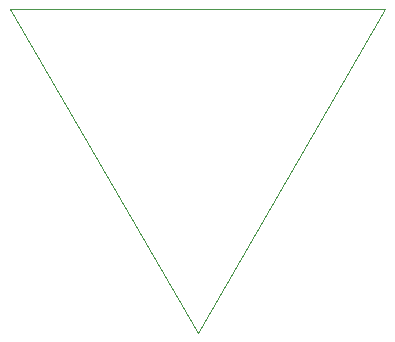
<source format=gm1>
G04 #@! TF.FileFunction,Profile,NP*
%FSLAX46Y46*%
G04 Gerber Fmt 4.6, Leading zero omitted, Abs format (unit mm)*
G04 Created by KiCad (PCBNEW 0.201509030901+6151~29~ubuntu15.04.1-product) date Thu 19 Nov 2015 01:23:01 PM EST*
%MOMM*%
G01*
G04 APERTURE LIST*
%ADD10C,0.100000*%
G04 APERTURE END LIST*
D10*
X25400000Y-25400000D02*
X41275000Y-52895500D01*
X41275000Y-52895500D02*
X57150000Y-25400000D01*
X25400000Y-25400000D02*
X57150000Y-25400000D01*
M02*

</source>
